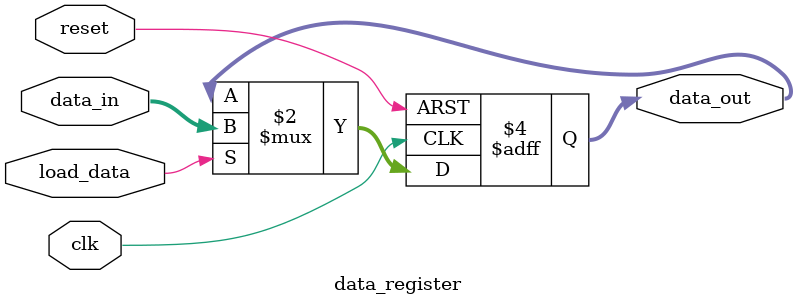
<source format=v>
module data_register (
    input clk,
    input reset,
    input load_data,
    input [7:0] data_in,
    output reg [7:0] data_out
);
    
    always @(posedge clk or posedge reset) 
    begin
        if (reset) begin
            data_out <= 8'b00000000;
        end 
        else if (load_data) 
        begin
            data_out <= data_in;
        end 
    end
endmodule
</source>
